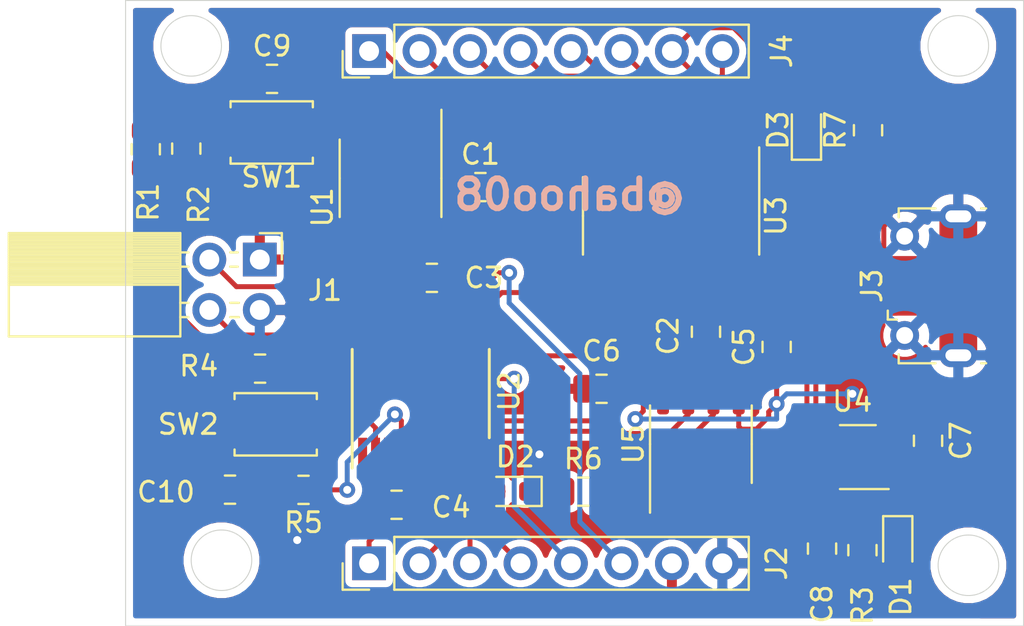
<source format=kicad_pcb>
(kicad_pcb (version 20171130) (host pcbnew "(5.1.5)-3")
  (layers (0 F.Cu signal) (31 B.Cu signal) (34 B.Paste user hide) (35 F.Paste user hide) (36 B.SilkS user) (37 F.SilkS user hide) (38 B.Mask user) (39 F.Mask user hide) (44 Edge.Cuts user))
  (net 0 "")
  (net 1 "Net-(U1-Pad7)")
  (net 2 "Net-(U1-Pad3)")
  (net 3 "Net-(U1-Pad2)")
  (net 4 "Net-(U1-Pad1)")
  (net 5 /SYS_SWCLK)
  (net 6 /SYS_SWDIO)
  (net 7 /I2C1_SDA)
  (net 8 /I2C_SCL)
  (net 9 /SPI1_MOSI)
  (net 10 /SPI1_SCLK)
  (net 11 /USART1_RX)
  (net 12 /USART1_TX)
  (net 13 "Net-(U2-Pad1)")
  (net 14 +3V3)
  (net 15 GND)
  (net 16 "Net-(U4-Pad4)")
  (net 17 +5V)
  (net 18 "Net-(J3-Pad4)")
  (net 19 "Net-(U5-Pad4)")
  (net 20 "Net-(C9-Pad1)")
  (net 21 "Net-(C10-Pad1)")
  (net 22 "Net-(D1-Pad1)")
  (net 23 /PA4)
  (net 24 "Net-(D2-Pad1)")
  (net 25 /Q0)
  (net 26 "Net-(D3-Pad1)")
  (net 27 /PB1)
  (net 28 /PF1)
  (net 29 /PA6)
  (net 30 /PA1)
  (net 31 /PA0)
  (net 32 /Q7)
  (net 33 /Q6)
  (net 34 /Q5)
  (net 35 /Q4)
  (net 36 /Q3)
  (net 37 /Q2)
  (net 38 /Q1)
  (net 39 "Net-(R2-Pad1)")
  (net 40 /RST)
  (net 41 /UD+)
  (net 42 /UD-)
  (module Connector_PinSocket_2.54mm:PinSocket_2x02_P2.54mm_Horizontal (layer F.Cu) (at 146.2 73.5)
    (fp_text reference J1 (at 3.279 1.557) (layer F.SilkS))
    (fp_text value Conn_02x02_Odd_Even)
    (pad 4 thru_hole oval (at -2.54 2.54) (size 1.7 1.7) (drill 1) (layers *.Cu *.Mask) (net 5 /SYS_SWCLK))
    (pad 3 thru_hole oval (at 0 2.54) (size 1.7 1.7) (drill 1) (layers *.Cu *.Mask) (net 15 GND))
    (pad 2 thru_hole oval (at -2.54 0) (size 1.7 1.7) (drill 1) (layers *.Cu *.Mask) (net 6 /SYS_SWDIO))
    (pad 1 thru_hole rect (at 0 0) (size 1.7 1.7) (drill 1) (layers *.Cu *.Mask) (net 14 +3V3))
  )
  (module Package_SO:SOIC-14_3.9x8.7mm_P1.27mm (layer F.Cu) (at 166.9 71.3 270)
    (fp_text reference U3 (at 0 -5.28 90) (layer F.SilkS))
    (fp_text value 74HC164D)
    (pad 14 smd roundrect (at 2.475 -3.81 270) (size 1.95 0.6) (layers F.Cu F.Paste F.Mask) (net 14 +3V3))
    (pad 13 smd roundrect (at 2.475 -2.54 270) (size 1.95 0.6) (layers F.Cu F.Paste F.Mask) (net 32 /Q7))
    (pad 12 smd roundrect (at 2.475 -1.27 270) (size 1.95 0.6) (layers F.Cu F.Paste F.Mask) (net 33 /Q6))
    (pad 11 smd roundrect (at 2.475 0 270) (size 1.95 0.6) (layers F.Cu F.Paste F.Mask) (net 34 /Q5))
    (pad 10 smd roundrect (at 2.475 1.27 270) (size 1.95 0.6) (layers F.Cu F.Paste F.Mask) (net 35 /Q4))
    (pad 9 smd roundrect (at 2.475 2.54 270) (size 1.95 0.6) (layers F.Cu F.Paste F.Mask) (net 14 +3V3))
    (pad 8 smd roundrect (at 2.475 3.81 270) (size 1.95 0.6) (layers F.Cu F.Paste F.Mask) (net 10 /SPI1_SCLK))
    (pad 7 smd roundrect (at -2.475 3.81 270) (size 1.95 0.6) (layers F.Cu F.Paste F.Mask) (net 15 GND))
    (pad 6 smd roundrect (at -2.475 2.54 270) (size 1.95 0.6) (layers F.Cu F.Paste F.Mask) (net 36 /Q3))
    (pad 5 smd roundrect (at -2.475 1.27 270) (size 1.95 0.6) (layers F.Cu F.Paste F.Mask) (net 37 /Q2))
    (pad 4 smd roundrect (at -2.475 0 270) (size 1.95 0.6) (layers F.Cu F.Paste F.Mask) (net 38 /Q1))
    (pad 3 smd roundrect (at -2.475 -1.27 270) (size 1.95 0.6) (layers F.Cu F.Paste F.Mask) (net 25 /Q0))
    (pad 2 smd roundrect (at -2.475 -2.54 270) (size 1.95 0.6) (layers F.Cu F.Paste F.Mask) (net 9 /SPI1_MOSI))
    (pad 1 smd roundrect (at -2.475 -3.81 270) (size 1.95 0.6) (layers F.Cu F.Paste F.Mask) (net 9 /SPI1_MOSI))
  )
  (module Resistor_SMD:R_0805_2012Metric (layer F.Cu) (at 176.812 66.9875 90)
    (fp_text reference R7 (at 0 -1.65 90) (layer F.SilkS))
    (fp_text value 680Ohm)
    (pad 2 smd roundrect (at 0.9375 0 90) (size 0.975 1.4) (layers F.Cu F.Paste F.Mask) (net 15 GND))
    (pad 1 smd roundrect (at -0.9375 0 90) (size 0.975 1.4) (layers F.Cu F.Paste F.Mask) (net 26 "Net-(D3-Pad1)"))
  )
  (module Resistor_SMD:R_0805_2012Metric (layer F.Cu) (at 162.4815 85.192)
    (fp_text reference R6 (at 0 -1.65) (layer F.SilkS))
    (fp_text value 680Ohm)
    (pad 2 smd roundrect (at 0.9375 0) (size 0.975 1.4) (layers F.Cu F.Paste F.Mask) (net 15 GND))
    (pad 1 smd roundrect (at -0.9375 0) (size 0.975 1.4) (layers F.Cu F.Paste F.Mask) (net 24 "Net-(D2-Pad1)"))
  )
  (module Resistor_SMD:R_0805_2012Metric (layer F.Cu) (at 148.4 85.1 180)
    (fp_text reference R5 (at 0 -1.65) (layer F.SilkS))
    (fp_text value 220)
    (pad 2 smd roundrect (at 0.9375 0 180) (size 0.975 1.4) (layers F.Cu F.Paste F.Mask) (net 21 "Net-(C10-Pad1)"))
    (pad 1 smd roundrect (at -0.9375 0 180) (size 0.975 1.4) (layers F.Cu F.Paste F.Mask) (net 40 /RST))
  )
  (module Resistor_SMD:R_0805_2012Metric (layer F.Cu) (at 146.215 78.994)
    (fp_text reference R4 (at -3.086 -0.127) (layer F.SilkS))
    (fp_text value 10kOhm)
    (pad 2 smd roundrect (at 0.9375 0) (size 0.975 1.4) (layers F.Cu F.Paste F.Mask) (net 21 "Net-(C10-Pad1)"))
    (pad 1 smd roundrect (at -0.9375 0) (size 0.975 1.4) (layers F.Cu F.Paste F.Mask) (net 14 +3V3))
  )
  (module Resistor_SMD:R_0805_2012Metric (layer F.Cu) (at 176.53 88.138 270)
    (fp_text reference R3 (at 2.794 0 90) (layer F.SilkS))
    (fp_text value 680Ohm)
    (pad 2 smd roundrect (at 0.9375 0 270) (size 0.975 1.4) (layers F.Cu F.Paste F.Mask) (net 15 GND))
    (pad 1 smd roundrect (at -0.9375 0 270) (size 0.975 1.4) (layers F.Cu F.Paste F.Mask) (net 22 "Net-(D1-Pad1)"))
  )
  (module Resistor_SMD:R_0805_2012Metric (layer F.Cu) (at 142.5 67.9125 90)
    (fp_text reference R2 (at -2.8265 0.629 90) (layer F.SilkS))
    (fp_text value 220)
    (pad 2 smd roundrect (at 0.9375 0 90) (size 0.975 1.4) (layers F.Cu F.Paste F.Mask) (net 20 "Net-(C9-Pad1)"))
    (pad 1 smd roundrect (at -0.9375 0 90) (size 0.975 1.4) (layers F.Cu F.Paste F.Mask) (net 39 "Net-(R2-Pad1)"))
  )
  (module Resistor_SMD:R_0805_2012Metric (layer F.Cu) (at 140.462 67.945 90)
    (fp_text reference R1 (at -2.667 0.127 90) (layer F.SilkS))
    (fp_text value 10kOhm)
    (pad 2 smd roundrect (at 0.9375 0 90) (size 0.975 1.4) (layers F.Cu F.Paste F.Mask) (net 20 "Net-(C9-Pad1)"))
    (pad 1 smd roundrect (at -0.9375 0 90) (size 0.975 1.4) (layers F.Cu F.Paste F.Mask) (net 14 +3V3))
  )
  (module Capacitor_SMD:C_0805_2012Metric (layer F.Cu) (at 144.7015 85.09 180)
    (fp_text reference C10 (at 3.2235 -0.117) (layer F.SilkS))
    (fp_text value 1uF)
    (pad 2 smd roundrect (at 0.9375 0 180) (size 0.975 1.4) (layers F.Cu F.Paste F.Mask) (net 15 GND))
    (pad 1 smd roundrect (at -0.9375 0 180) (size 0.975 1.4) (layers F.Cu F.Paste F.Mask) (net 21 "Net-(C10-Pad1)"))
  )
  (module Capacitor_SMD:C_0805_2012Metric (layer F.Cu) (at 146.815 64.4)
    (fp_text reference C9 (at 0 -1.65) (layer F.SilkS))
    (fp_text value 1uF)
    (pad 2 smd roundrect (at 0.9375 0) (size 0.975 1.4) (layers F.Cu F.Paste F.Mask) (net 15 GND))
    (pad 1 smd roundrect (at -0.9375 0) (size 0.975 1.4) (layers F.Cu F.Paste F.Mask) (net 20 "Net-(C9-Pad1)"))
  )
  (module Capacitor_SMD:C_0805_2012Metric (layer F.Cu) (at 174.498 88.0595 270)
    (fp_text reference C8 (at 2.794 0 90) (layer F.SilkS))
    (fp_text value 10uF)
    (pad 2 smd roundrect (at 0.9375 0 270) (size 0.975 1.4) (layers F.Cu F.Paste F.Mask) (net 15 GND))
    (pad 1 smd roundrect (at -0.9375 0 270) (size 0.975 1.4) (layers F.Cu F.Paste F.Mask) (net 14 +3V3))
  )
  (module Capacitor_SMD:C_0805_2012Metric (layer F.Cu) (at 179.832 82.6285 270)
    (fp_text reference C7 (at 0 -1.65 90) (layer F.SilkS))
    (fp_text value 10uF)
    (pad 2 smd roundrect (at 0.9375 0 270) (size 0.975 1.4) (layers F.Cu F.Paste F.Mask) (net 15 GND))
    (pad 1 smd roundrect (at -0.9375 0 270) (size 0.975 1.4) (layers F.Cu F.Paste F.Mask) (net 17 +5V))
  )
  (module Capacitor_SMD:C_0805_2012Metric (layer F.Cu) (at 163.4005 80.01 180)
    (fp_text reference C6 (at 0 1.905) (layer F.SilkS))
    (fp_text value 0.1uF)
    (pad 2 smd roundrect (at 0.9375 0 180) (size 0.975 1.4) (layers F.Cu F.Paste F.Mask) (net 15 GND))
    (pad 1 smd roundrect (at -0.9375 0 180) (size 0.975 1.4) (layers F.Cu F.Paste F.Mask) (net 17 +5V))
  )
  (module Capacitor_SMD:C_0805_2012Metric (layer F.Cu) (at 172.212 77.8995 90)
    (fp_text reference C5 (at 0 -1.65 90) (layer F.SilkS))
    (fp_text value 0.1uF)
    (pad 2 smd roundrect (at 0.9375 0 90) (size 0.975 1.4) (layers F.Cu F.Paste F.Mask) (net 15 GND))
    (pad 1 smd roundrect (at -0.9375 0 90) (size 0.975 1.4) (layers F.Cu F.Paste F.Mask) (net 17 +5V))
  )
  (module Capacitor_SMD:C_0805_2012Metric (layer F.Cu) (at 153.0835 85.852 180)
    (fp_text reference C4 (at -2.7455 -0.127) (layer F.SilkS))
    (fp_text value 0.1uF)
    (pad 2 smd roundrect (at 0.9375 0 180) (size 0.975 1.4) (layers F.Cu F.Paste F.Mask) (net 15 GND))
    (pad 1 smd roundrect (at -0.9375 0 180) (size 0.975 1.4) (layers F.Cu F.Paste F.Mask) (net 14 +3V3))
  )
  (module Capacitor_SMD:C_0805_2012Metric (layer F.Cu) (at 154.8615 74.422)
    (fp_text reference C3 (at 2.6185 0) (layer F.SilkS))
    (fp_text value 0.1uF)
    (pad 2 smd roundrect (at 0.9375 0) (size 0.975 1.4) (layers F.Cu F.Paste F.Mask) (net 15 GND))
    (pad 1 smd roundrect (at -0.9375 0) (size 0.975 1.4) (layers F.Cu F.Paste F.Mask) (net 14 +3V3))
  )
  (module Capacitor_SMD:C_0805_2012Metric (layer F.Cu) (at 168.656 77.1375 270)
    (fp_text reference C2 (at 0.2055 1.905 90) (layer F.SilkS))
    (fp_text value 0.1uF)
    (pad 2 smd roundrect (at 0.9375 0 270) (size 0.975 1.4) (layers F.Cu F.Paste F.Mask) (net 15 GND))
    (pad 1 smd roundrect (at -0.9375 0 270) (size 0.975 1.4) (layers F.Cu F.Paste F.Mask) (net 14 +3V3))
  )
  (module Capacitor_SMD:C_0805_2012Metric (layer F.Cu) (at 157.3045 69.85)
    (fp_text reference C1 (at 0 -1.65) (layer F.SilkS))
    (fp_text value 0.1uF)
    (pad 2 smd roundrect (at 0.9375 0) (size 0.975 1.4) (layers F.Cu F.Paste F.Mask) (net 15 GND))
    (pad 1 smd roundrect (at -0.9375 0) (size 0.975 1.4) (layers F.Cu F.Paste F.Mask) (net 14 +3V3))
  )
  (module Button_Switch_SMD:SW_Push_SPST_NO_Alps_SKRK (layer F.Cu) (at 147 81.8)
    (fp_text reference SW2 (at -4.4 0) (layer F.SilkS))
    (fp_text value KLS7-TS3608-5.0-180)
    (pad 1 smd roundrect (at -2.1 0) (size 0.8 2) (layers F.Cu F.Paste F.Mask) (net 15 GND))
    (pad 2 smd roundrect (at 2.1 0) (size 0.8 2) (layers F.Cu F.Paste F.Mask) (net 21 "Net-(C10-Pad1)"))
  )
  (module Button_Switch_SMD:SW_Push_SPST_NO_Alps_SKRK (layer F.Cu) (at 146.8 67.1 180)
    (fp_text reference SW1 (at 0 -2.25) (layer F.SilkS))
    (fp_text value KLS7-TS3608-5.0-180)
    (pad 1 smd roundrect (at -2.1 0 180) (size 0.8 2) (layers F.Cu F.Paste F.Mask) (net 15 GND))
    (pad 2 smd roundrect (at 2.1 0 180) (size 0.8 2) (layers F.Cu F.Paste F.Mask) (net 20 "Net-(C9-Pad1)"))
  )
  (module Connector_PinHeader_2.54mm:PinHeader_1x08_P2.54mm_Vertical (layer F.Cu) (at 151.7 63 90)
    (fp_text reference J4 (at 0 20.766 90) (layer F.SilkS))
    (fp_text value Conn_01x08)
    (pad 8 thru_hole oval (at 0 17.78 90) (size 1.7 1.7) (drill 1) (layers *.Cu *.Mask) (net 32 /Q7))
    (pad 7 thru_hole oval (at 0 15.24 90) (size 1.7 1.7) (drill 1) (layers *.Cu *.Mask) (net 25 /Q0))
    (pad 6 thru_hole oval (at 0 12.7 90) (size 1.7 1.7) (drill 1) (layers *.Cu *.Mask) (net 33 /Q6))
    (pad 5 thru_hole oval (at 0 10.16 90) (size 1.7 1.7) (drill 1) (layers *.Cu *.Mask) (net 38 /Q1))
    (pad 4 thru_hole oval (at 0 7.62 90) (size 1.7 1.7) (drill 1) (layers *.Cu *.Mask) (net 34 /Q5))
    (pad 3 thru_hole oval (at 0 5.08 90) (size 1.7 1.7) (drill 1) (layers *.Cu *.Mask) (net 37 /Q2))
    (pad 2 thru_hole oval (at 0 2.54 90) (size 1.7 1.7) (drill 1) (layers *.Cu *.Mask) (net 35 /Q4))
    (pad 1 thru_hole rect (at 0 0 90) (size 1.7 1.7) (drill 1) (layers *.Cu *.Mask) (net 36 /Q3))
  )
  (module Connector_PinHeader_2.54mm:PinHeader_1x08_P2.54mm_Vertical (layer F.Cu) (at 151.7 88.8 90)
    (fp_text reference J2 (at 0 20.512 90) (layer F.SilkS))
    (fp_text value Conn_01x08)
    (pad 8 thru_hole oval (at 0 17.78 90) (size 1.7 1.7) (drill 1) (layers *.Cu *.Mask) (net 15 GND))
    (pad 7 thru_hole oval (at 0 15.24 90) (size 1.7 1.7) (drill 1) (layers *.Cu *.Mask) (net 14 +3V3))
    (pad 6 thru_hole oval (at 0 12.7 90) (size 1.7 1.7) (drill 1) (layers *.Cu *.Mask) (net 29 /PA6))
    (pad 5 thru_hole oval (at 0 10.16 90) (size 1.7 1.7) (drill 1) (layers *.Cu *.Mask) (net 27 /PB1))
    (pad 4 thru_hole oval (at 0 7.62 90) (size 1.7 1.7) (drill 1) (layers *.Cu *.Mask) (net 23 /PA4))
    (pad 3 thru_hole oval (at 0 5.08 90) (size 1.7 1.7) (drill 1) (layers *.Cu *.Mask) (net 30 /PA1))
    (pad 2 thru_hole oval (at 0 2.54 90) (size 1.7 1.7) (drill 1) (layers *.Cu *.Mask) (net 31 /PA0))
    (pad 1 thru_hole rect (at 0 0 90) (size 1.7 1.7) (drill 1) (layers *.Cu *.Mask) (net 28 /PF1))
  )
  (module LED_SMD:LED_0603_1608Metric (layer F.Cu) (at 173.712 66.9875 90)
    (fp_text reference D3 (at 0 -1.43 90) (layer F.SilkS))
    (fp_text value LED)
    (pad 2 smd roundrect (at 0.7875 0 90) (size 0.875 0.95) (layers F.Cu F.Paste F.Mask) (net 25 /Q0))
    (pad 1 smd roundrect (at -0.7875 0 90) (size 0.875 0.95) (layers F.Cu F.Paste F.Mask) (net 26 "Net-(D3-Pad1)"))
  )
  (module LED_SMD:LED_0603_1608Metric (layer F.Cu) (at 158.9025 85.1795 180)
    (fp_text reference D2 (at -0.153 1.7405) (layer F.SilkS))
    (fp_text value LED)
    (pad 2 smd roundrect (at 0.7875 0 180) (size 0.875 0.95) (layers F.Cu F.Paste F.Mask) (net 23 /PA4))
    (pad 1 smd roundrect (at -0.7875 0 180) (size 0.875 0.95) (layers F.Cu F.Paste F.Mask) (net 24 "Net-(D2-Pad1)"))
  )
  (module LED_SMD:LED_0603_1608Metric (layer F.Cu) (at 178.308 87.9095 270)
    (fp_text reference D1 (at 2.578 -0.1565 90) (layer F.SilkS))
    (fp_text value LED)
    (pad 2 smd roundrect (at 0.7875 0 270) (size 0.875 0.95) (layers F.Cu F.Paste F.Mask) (net 14 +3V3))
    (pad 1 smd roundrect (at -0.7875 0 270) (size 0.875 0.95) (layers F.Cu F.Paste F.Mask) (net 22 "Net-(D1-Pad1)"))
  )
  (module Package_SO:SOIC-8_3.9x4.9mm_P1.27mm (layer F.Cu) (at 168.4 82.8 90)
    (fp_text reference U5 (at 0 -3.4 90) (layer F.SilkS))
    (fp_text value CH330N)
    (pad 8 smd roundrect (at 2.475 -1.905 90) (size 1.95 0.6) (layers F.Cu F.Paste F.Mask) (net 17 +5V))
    (pad 7 smd roundrect (at 2.475 -0.635 90) (size 1.95 0.6) (layers F.Cu F.Paste F.Mask) (net 12 /USART1_TX))
    (pad 6 smd roundrect (at 2.475 0.635 90) (size 1.95 0.6) (layers F.Cu F.Paste F.Mask) (net 11 /USART1_RX))
    (pad 5 smd roundrect (at 2.475 1.905 90) (size 1.95 0.6) (layers F.Cu F.Paste F.Mask) (net 17 +5V))
    (pad 4 smd roundrect (at -2.475 1.905 90) (size 1.95 0.6) (layers F.Cu F.Paste F.Mask) (net 19 "Net-(U5-Pad4)"))
    (pad 3 smd roundrect (at -2.475 0.635 90) (size 1.95 0.6) (layers F.Cu F.Paste F.Mask) (net 15 GND))
    (pad 2 smd roundrect (at -2.475 -0.635 90) (size 1.95 0.6) (layers F.Cu F.Paste F.Mask) (net 42 /UD-))
    (pad 1 smd roundrect (at -2.475 -1.905 90) (size 1.95 0.6) (layers F.Cu F.Paste F.Mask) (net 41 /UD+))
  )
  (module Connector_USB:USB_Micro-B_Molex-105017-0001 (layer F.Cu) (at 180.1185 74.824 90)
    (fp_text reference J3 (at 0 -3.1125 90) (layer F.SilkS))
    (fp_text value 105017-0001)
    (pad 6 smd rect (at -2.9 1.2375 90) (size 1.2 1.9) (layers F.Cu F.Mask) (net 15 GND))
    (pad 6 smd rect (at 2.9 1.2375 90) (size 1.2 1.9) (layers F.Cu F.Mask) (net 15 GND))
    (pad 6 thru_hole oval (at 3.5 1.2375 90) (size 1.2 1.9) (drill oval 0.6 1.3) (layers *.Cu *.Mask) (net 15 GND))
    (pad 6 thru_hole oval (at -3.5 1.2375 270) (size 1.2 1.9) (drill oval 0.6 1.3) (layers *.Cu *.Mask) (net 15 GND))
    (pad 6 smd rect (at -1 1.2375 90) (size 1.5 1.9) (layers F.Cu F.Paste F.Mask) (net 15 GND))
    (pad 6 thru_hole circle (at 2.5 -1.4625 90) (size 1.45 1.45) (drill 0.85) (layers *.Cu *.Mask) (net 15 GND))
    (pad 3 smd rect (at 0 -1.4625 90) (size 0.4 1.35) (layers F.Cu F.Paste F.Mask) (net 41 /UD+))
    (pad 4 smd rect (at 0.65 -1.4625 90) (size 0.4 1.35) (layers F.Cu F.Paste F.Mask) (net 18 "Net-(J3-Pad4)"))
    (pad 5 smd rect (at 1.3 -1.4625 90) (size 0.4 1.35) (layers F.Cu F.Paste F.Mask) (net 15 GND))
    (pad 1 smd rect (at -1.3 -1.4625 90) (size 0.4 1.35) (layers F.Cu F.Paste F.Mask) (net 17 +5V))
    (pad 2 smd rect (at -0.65 -1.4625 90) (size 0.4 1.35) (layers F.Cu F.Paste F.Mask) (net 42 /UD-))
    (pad 6 thru_hole circle (at -2.5 -1.4625 90) (size 1.45 1.45) (drill 0.85) (layers *.Cu *.Mask) (net 15 GND))
    (pad 6 smd rect (at 1 1.2375 90) (size 1.5 1.9) (layers F.Cu F.Paste F.Mask) (net 15 GND))
  )
  (module Package_TO_SOT_SMD:SOT-23-5 (layer F.Cu) (at 176.3 83.45 180)
    (fp_text reference U4 (at 0.278 2.805) (layer F.SilkS))
    (fp_text value LP5907MFX-3.3)
    (pad 5 smd rect (at 1.1 -0.95 180) (size 1.06 0.65) (layers F.Cu F.Paste F.Mask) (net 14 +3V3))
    (pad 4 smd rect (at 1.1 0.95 180) (size 1.06 0.65) (layers F.Cu F.Paste F.Mask) (net 16 "Net-(U4-Pad4)"))
    (pad 3 smd rect (at -1.1 0.95 180) (size 1.06 0.65) (layers F.Cu F.Paste F.Mask) (net 17 +5V))
    (pad 2 smd rect (at -1.1 0 180) (size 1.06 0.65) (layers F.Cu F.Paste F.Mask) (net 15 GND))
    (pad 1 smd rect (at -1.1 -0.95 180) (size 1.06 0.65) (layers F.Cu F.Paste F.Mask) (net 17 +5V))
  )
  (module Package_SO:TSSOP-20_4.4x6.5mm_P0.65mm (layer F.Cu) (at 154.3 80.25 90)
    (fp_text reference U2 (at 0.113 4.45 90) (layer F.SilkS))
    (fp_text value STM32F030F4Px)
    (pad 20 smd rect (at 2.95 -2.925 90) (size 1.45 0.45) (layers F.Cu F.Paste F.Mask) (net 5 /SYS_SWCLK))
    (pad 19 smd rect (at 2.95 -2.275 90) (size 1.45 0.45) (layers F.Cu F.Paste F.Mask) (net 6 /SYS_SWDIO))
    (pad 18 smd rect (at 2.95 -1.625 90) (size 1.45 0.45) (layers F.Cu F.Paste F.Mask) (net 7 /I2C1_SDA))
    (pad 17 smd rect (at 2.95 -0.975 90) (size 1.45 0.45) (layers F.Cu F.Paste F.Mask) (net 8 /I2C_SCL))
    (pad 16 smd rect (at 2.95 -0.325 90) (size 1.45 0.45) (layers F.Cu F.Paste F.Mask) (net 14 +3V3))
    (pad 15 smd rect (at 2.95 0.325 90) (size 1.45 0.45) (layers F.Cu F.Paste F.Mask) (net 15 GND))
    (pad 14 smd rect (at 2.95 0.975 90) (size 1.45 0.45) (layers F.Cu F.Paste F.Mask) (net 27 /PB1))
    (pad 13 smd rect (at 2.95 1.625 90) (size 1.45 0.45) (layers F.Cu F.Paste F.Mask) (net 9 /SPI1_MOSI))
    (pad 12 smd rect (at 2.95 2.275 90) (size 1.45 0.45) (layers F.Cu F.Paste F.Mask) (net 29 /PA6))
    (pad 11 smd rect (at 2.95 2.925 90) (size 1.45 0.45) (layers F.Cu F.Paste F.Mask) (net 10 /SPI1_SCLK))
    (pad 10 smd rect (at -2.95 2.925 90) (size 1.45 0.45) (layers F.Cu F.Paste F.Mask) (net 23 /PA4))
    (pad 9 smd rect (at -2.95 2.275 90) (size 1.45 0.45) (layers F.Cu F.Paste F.Mask) (net 11 /USART1_RX))
    (pad 8 smd rect (at -2.95 1.625 90) (size 1.45 0.45) (layers F.Cu F.Paste F.Mask) (net 12 /USART1_TX))
    (pad 7 smd rect (at -2.95 0.975 90) (size 1.45 0.45) (layers F.Cu F.Paste F.Mask) (net 30 /PA1))
    (pad 6 smd rect (at -2.95 0.325 90) (size 1.45 0.45) (layers F.Cu F.Paste F.Mask) (net 31 /PA0))
    (pad 5 smd rect (at -2.95 -0.325 90) (size 1.45 0.45) (layers F.Cu F.Paste F.Mask) (net 14 +3V3))
    (pad 4 smd rect (at -2.95 -0.975 90) (size 1.45 0.45) (layers F.Cu F.Paste F.Mask) (net 40 /RST))
    (pad 3 smd rect (at -2.95 -1.625 90) (size 1.45 0.45) (layers F.Cu F.Paste F.Mask) (net 28 /PF1))
    (pad 2 smd rect (at -2.95 -2.275 90) (size 1.45 0.45) (layers F.Cu F.Paste F.Mask) (net 39 "Net-(R2-Pad1)"))
    (pad 1 smd rect (at -2.95 -2.925 90) (size 1.45 0.45) (layers F.Cu F.Paste F.Mask) (net 13 "Net-(U2-Pad1)"))
  )
  (module Package_SO:SOIC-8_3.9x4.9mm_P1.27mm (layer F.Cu) (at 152.781 69.407 270)
    (fp_text reference U1 (at 1.459 3.429 90) (layer F.SilkS))
    (fp_text value 24LC00)
    (pad 8 smd roundrect (at 2.475 -1.905 270) (size 1.95 0.6) (layers F.Cu F.Paste F.Mask) (net 14 +3V3))
    (pad 7 smd roundrect (at 2.475 -0.635 270) (size 1.95 0.6) (layers F.Cu F.Paste F.Mask) (net 1 "Net-(U1-Pad7)"))
    (pad 6 smd roundrect (at 2.475 0.635 270) (size 1.95 0.6) (layers F.Cu F.Paste F.Mask) (net 8 /I2C_SCL))
    (pad 5 smd roundrect (at 2.475 1.905 270) (size 1.95 0.6) (layers F.Cu F.Paste F.Mask) (net 7 /I2C1_SDA))
    (pad 4 smd roundrect (at -2.475 1.905 270) (size 1.95 0.6) (layers F.Cu F.Paste F.Mask) (net 15 GND))
    (pad 3 smd roundrect (at -2.475 0.635 270) (size 1.95 0.6) (layers F.Cu F.Paste F.Mask) (net 2 "Net-(U1-Pad3)"))
    (pad 2 smd roundrect (at -2.475 -0.635 270) (size 1.95 0.6) (layers F.Cu F.Paste F.Mask) (net 3 "Net-(U1-Pad2)"))
    (pad 1 smd roundrect (at -2.475 -1.905 270) (size 1.95 0.6) (layers F.Cu F.Paste F.Mask) (net 4 "Net-(U1-Pad1)"))
  )
  (gr_text @bahoo08 (at 161.798 70.231) (layer B.SilkS) (effects (font (size 1.5 1.5) (thickness 0.3)) (justify mirror)))
  (gr_circle (center 181.864 88.9) (end 183.388 88.9) (layer Edge.Cuts) (width 0.05))
  (gr_circle (center 181.356 62.738) (end 182.88 62.738) (layer Edge.Cuts) (width 0.05))
  (gr_circle (center 142.748 62.738) (end 144.272 62.738) (layer Edge.Cuts) (width 0.05))
  (gr_line (start 184.642 91.948) (end 139.446 91.948) (layer Edge.Cuts) (width 0.05))
  (gr_line (start 184.642 60.452) (end 184.642 91.948) (layer Edge.Cuts) (width 0.05))
  (gr_line (start 183.134 60.452) (end 184.642 60.452) (layer Edge.Cuts) (width 0.05))
  (gr_line (start 139.446 60.452) (end 183.134 60.452) (layer Edge.Cuts) (width 0.05))
  (gr_line (start 139.446 91.948) (end 139.446 60.452) (layer Edge.Cuts) (width 0.05))
  (gr_circle (center 144.272 88.646) (end 145.796 88.646) (layer Edge.Cuts) (width 0.05))
  (segment (start 152.195 66.805) (end 152.2 66.8) (width 0.25) (layer F.Cu) (net 2))
  (segment (start 152.195 67.025) (end 152.195 66.805) (width 0.25) (layer F.Cu) (net 2))
  (segment (start 151.375 78.275) (end 151.375 77.3) (width 0.25) (layer F.Cu) (net 5))
  (segment (start 143.66 76.04) (end 144.92 77.3) (width 0.25) (layer F.Cu) (net 5))
  (segment (start 144.92 77.3) (end 149.69 77.3) (width 0.25) (layer F.Cu) (net 5))
  (segment (start 149.69 77.3) (end 150.876 78.486) (width 0.25) (layer F.Cu) (net 5))
  (segment (start 150.876 78.486) (end 151.164 78.486) (width 0.25) (layer F.Cu) (net 5))
  (segment (start 151.164 78.486) (end 151.375 78.275) (width 0.25) (layer F.Cu) (net 5))
  (segment (start 151.925001 77.200001) (end 152.025 77.3) (width 0.25) (layer F.Cu) (net 6))
  (segment (start 150.475001 74.864999) (end 151.925001 76.314999) (width 0.25) (layer F.Cu) (net 6))
  (segment (start 143.66 73.5) (end 145.024999 74.864999) (width 0.25) (layer F.Cu) (net 6))
  (segment (start 151.925001 76.314999) (end 151.925001 77.200001) (width 0.25) (layer F.Cu) (net 6))
  (segment (start 145.024999 74.864999) (end 150.475001 74.864999) (width 0.25) (layer F.Cu) (net 6))
  (segment (start 152.675 76.325) (end 152.675 77.3) (width 0.25) (layer F.Cu) (net 7))
  (segment (start 152.2 75.85) (end 152.675 76.325) (width 0.25) (layer F.Cu) (net 7))
  (segment (start 152.2 74.526998) (end 152.2 75.85) (width 0.25) (layer F.Cu) (net 7))
  (segment (start 151.176 72.182) (end 151.176 73.502998) (width 0.25) (layer F.Cu) (net 7))
  (segment (start 151.176 73.502998) (end 152.2 74.526998) (width 0.25) (layer F.Cu) (net 7))
  (segment (start 150.876 71.882) (end 151.176 72.182) (width 0.25) (layer F.Cu) (net 7))
  (segment (start 152.195 72.395) (end 152.2 72.4) (width 0.25) (layer F.Cu) (net 8))
  (segment (start 152.195 71.975) (end 152.195 72.395) (width 0.25) (layer F.Cu) (net 8))
  (segment (start 153.325 76.325) (end 153.325 77.3) (width 0.25) (layer F.Cu) (net 8))
  (segment (start 152.65001 75.65001) (end 153.325 76.325) (width 0.25) (layer F.Cu) (net 8))
  (segment (start 152.65001 72.38601) (end 152.65001 75.65001) (width 0.25) (layer F.Cu) (net 8))
  (segment (start 152.146 71.882) (end 152.65001 72.38601) (width 0.25) (layer F.Cu) (net 8))
  (segment (start 169.44 68.825) (end 169.44 70.126) (width 0.25) (layer F.Cu) (net 9))
  (segment (start 169.44 70.126) (end 169.672 70.358) (width 0.25) (layer F.Cu) (net 9))
  (segment (start 170.71 70.082) (end 170.71 68.825) (width 0.25) (layer F.Cu) (net 9))
  (segment (start 170.434 70.358) (end 170.71 70.082) (width 0.25) (layer F.Cu) (net 9))
  (segment (start 169.34784 77.01251) (end 171.958 74.40235) (width 0.25) (layer F.Cu) (net 9))
  (segment (start 155.925 78.275) (end 156.000001 78.350001) (width 0.25) (layer F.Cu) (net 9))
  (segment (start 155.925 77.3) (end 155.925 78.275) (width 0.25) (layer F.Cu) (net 9))
  (segment (start 162.940649 78.350001) (end 164.27814 77.01251) (width 0.25) (layer F.Cu) (net 9))
  (segment (start 156.000001 78.350001) (end 162.940649 78.350001) (width 0.25) (layer F.Cu) (net 9))
  (segment (start 164.27814 77.01251) (end 169.34784 77.01251) (width 0.25) (layer F.Cu) (net 9))
  (segment (start 171.958 72.136) (end 170.18 70.358) (width 0.25) (layer F.Cu) (net 9))
  (segment (start 171.958 74.40235) (end 171.958 72.136) (width 0.25) (layer F.Cu) (net 9))
  (segment (start 169.672 70.358) (end 170.18 70.358) (width 0.25) (layer F.Cu) (net 9))
  (segment (start 170.18 70.358) (end 170.434 70.358) (width 0.25) (layer F.Cu) (net 9))
  (segment (start 163.09 73.775) (end 163.09 75.162) (width 0.25) (layer F.Cu) (net 10))
  (segment (start 157.225 76.325) (end 157.225 77.3) (width 0.25) (layer F.Cu) (net 10))
  (segment (start 158.388 75.162) (end 157.225 76.325) (width 0.25) (layer F.Cu) (net 10))
  (segment (start 163.09 75.162) (end 158.388 75.162) (width 0.25) (layer F.Cu) (net 10))
  (segment (start 169.035 81.3) (end 169.035 80.325) (width 0.25) (layer F.Cu) (net 11))
  (segment (start 167.625989 82.709011) (end 169.035 81.3) (width 0.25) (layer F.Cu) (net 11))
  (segment (start 163.932581 82.709011) (end 167.625989 82.709011) (width 0.25) (layer F.Cu) (net 11))
  (segment (start 163.373569 82.149999) (end 163.932581 82.709011) (width 0.25) (layer F.Cu) (net 11))
  (segment (start 156.610001 82.149999) (end 163.373569 82.149999) (width 0.25) (layer F.Cu) (net 11))
  (segment (start 156.575 82.185) (end 156.610001 82.149999) (width 0.25) (layer F.Cu) (net 11))
  (segment (start 156.575 83.2) (end 156.575 82.185) (width 0.25) (layer F.Cu) (net 11))
  (segment (start 155.925 83.2) (end 155.925 81.65601) (width 0.25) (layer F.Cu) (net 12))
  (segment (start 167.765 81.3) (end 167.765 80.325) (width 0.25) (layer F.Cu) (net 12))
  (segment (start 164.118981 82.259001) (end 166.805999 82.259001) (width 0.25) (layer F.Cu) (net 12))
  (segment (start 166.805999 82.259001) (end 167.765 81.3) (width 0.25) (layer F.Cu) (net 12))
  (segment (start 163.48499 81.62501) (end 164.118981 82.259001) (width 0.25) (layer F.Cu) (net 12))
  (segment (start 155.956 81.62501) (end 163.48499 81.62501) (width 0.25) (layer F.Cu) (net 12))
  (segment (start 155.925 81.65601) (end 155.956 81.62501) (width 0.25) (layer F.Cu) (net 12))
  (segment (start 153.975 77.775) (end 153.975 83.2) (width 0.25) (layer F.Cu) (net 14))
  (segment (start 153.975 77.3) (end 153.975 77.775) (width 0.25) (layer F.Cu) (net 14))
  (segment (start 153.924 77.249) (end 153.975 77.3) (width 0.25) (layer F.Cu) (net 14))
  (segment (start 153.924 74.422) (end 153.924 77.249) (width 0.25) (layer F.Cu) (net 14))
  (segment (start 154.686 71.882) (end 154.686 70.358) (width 0.25) (layer F.Cu) (net 14))
  (segment (start 155.194 69.85) (end 156.367 69.85) (width 0.25) (layer F.Cu) (net 14))
  (segment (start 154.686 70.358) (end 155.194 69.85) (width 0.25) (layer F.Cu) (net 14))
  (segment (start 170.71 74.75) (end 170.71 73.775) (width 0.25) (layer F.Cu) (net 14))
  (segment (start 170.71 74.846) (end 170.71 74.75) (width 0.25) (layer F.Cu) (net 14))
  (segment (start 169.356 76.2) (end 170.71 74.846) (width 0.25) (layer F.Cu) (net 14))
  (segment (start 168.656 76.2) (end 169.356 76.2) (width 0.25) (layer F.Cu) (net 14))
  (segment (start 164.36 74.75) (end 164.36 73.775) (width 0.25) (layer F.Cu) (net 14))
  (segment (start 165.81 76.2) (end 164.36 74.75) (width 0.25) (layer F.Cu) (net 14))
  (segment (start 168.656 76.2) (end 165.81 76.2) (width 0.25) (layer F.Cu) (net 14))
  (segment (start 175.018 84.582) (end 175.2 84.4) (width 0.25) (layer F.Cu) (net 14))
  (segment (start 174.498 84.582) (end 175.018 84.582) (width 0.25) (layer F.Cu) (net 14))
  (segment (start 154.021 83.246) (end 153.975 83.2) (width 0.25) (layer F.Cu) (net 14))
  (segment (start 154.021 85.852) (end 154.021 83.246) (width 0.25) (layer F.Cu) (net 14))
  (segment (start 164.36 73.775) (end 164.36 73.428) (width 0.25) (layer F.Cu) (net 14))
  (segment (start 164.36 73.428) (end 164.338 73.406) (width 0.25) (layer F.Cu) (net 14))
  (segment (start 159.786758 68.82499) (end 156.47301 68.82499) (width 0.25) (layer F.Cu) (net 14))
  (segment (start 164.06 73.098232) (end 159.786758 68.82499) (width 0.25) (layer F.Cu) (net 14))
  (segment (start 164.36 73.775) (end 164.06 73.475) (width 0.25) (layer F.Cu) (net 14))
  (segment (start 164.06 73.475) (end 164.06 73.098232) (width 0.25) (layer F.Cu) (net 14))
  (segment (start 156.367 68.931) (end 156.367 69.85) (width 0.25) (layer F.Cu) (net 14))
  (segment (start 156.47301 68.82499) (end 156.367 68.931) (width 0.25) (layer F.Cu) (net 14))
  (segment (start 154.686 73.66) (end 154.686 71.882) (width 0.25) (layer F.Cu) (net 14))
  (segment (start 153.924 74.422) (end 154.686 73.66) (width 0.25) (layer F.Cu) (net 14))
  (segment (start 154.686 70.358) (end 148.844 70.358) (width 0.25) (layer F.Cu) (net 14))
  (segment (start 141.30701 68.03749) (end 143.47549 68.03749) (width 0.25) (layer F.Cu) (net 14))
  (segment (start 140.462 68.8825) (end 141.30701 68.03749) (width 0.25) (layer F.Cu) (net 14))
  (segment (start 143.47549 68.03749) (end 144.018 68.58) (width 0.25) (layer F.Cu) (net 14))
  (segment (start 166.94 88.8) (end 166.94 90.486) (width 0.5) (layer F.Cu) (net 14))
  (segment (start 166.94 90.486) (end 167.386 90.932) (width 0.25) (layer F.Cu) (net 14))
  (segment (start 148.9 67.1) (end 149.562 67.1) (width 0.5) (layer F.Cu) (net 15))
  (segment (start 149.562 67.1) (end 149.86 66.802) (width 0.5) (layer F.Cu) (net 15))
  (segment (start 149.86 66.802) (end 149.86 65.532) (width 0.25) (layer F.Cu) (net 15))
  (segment (start 150.114 65.278) (end 150.622 65.278) (width 0.25) (layer F.Cu) (net 15))
  (segment (start 150.876 65.532) (end 150.876 66.932) (width 0.25) (layer F.Cu) (net 15))
  (segment (start 150.622 65.278) (end 150.876 65.532) (width 0.25) (layer F.Cu) (net 15))
  (segment (start 154.625 75.596) (end 154.625 77.3) (width 0.25) (layer F.Cu) (net 15))
  (segment (start 177.516 83.566) (end 177.4 83.45) (width 0.25) (layer F.Cu) (net 15))
  (segment (start 179.832 83.566) (end 177.516 83.566) (width 0.25) (layer F.Cu) (net 15))
  (segment (start 171.782 88.997) (end 169.035 86.25) (width 0.25) (layer F.Cu) (net 15))
  (segment (start 174.498 88.997) (end 171.782 88.997) (width 0.25) (layer F.Cu) (net 15))
  (segment (start 169.035 86.25) (end 169.035 85.275) (width 0.25) (layer F.Cu) (net 15))
  (segment (start 165.603 87.376) (end 167.909 87.376) (width 0.25) (layer F.Cu) (net 15))
  (segment (start 168.656 78.075) (end 171.099 78.075) (width 0.25) (layer F.Cu) (net 15))
  (segment (start 162.463 80.01) (end 161.544 80.01) (width 0.25) (layer F.Cu) (net 15))
  (segment (start 161.544 80.264) (end 160.633 81.175) (width 0.25) (layer F.Cu) (net 15))
  (segment (start 161.544 80.01) (end 161.544 80.264) (width 0.25) (layer F.Cu) (net 15))
  (segment (start 160.633 81.175) (end 155.089 81.175) (width 0.25) (layer F.Cu) (net 15))
  (segment (start 154.625 80.711) (end 154.625 77.3) (width 0.25) (layer F.Cu) (net 15))
  (segment (start 155.089 81.175) (end 154.625 80.711) (width 0.25) (layer F.Cu) (net 15))
  (segment (start 158.75 69.85) (end 158.242 69.85) (width 0.25) (layer F.Cu) (net 15))
  (segment (start 159.258 72.39) (end 159.258 70.358) (width 0.25) (layer F.Cu) (net 15))
  (segment (start 155.799 74.422) (end 157.226 74.422) (width 0.25) (layer F.Cu) (net 15))
  (segment (start 159.258 70.358) (end 158.75 69.85) (width 0.25) (layer F.Cu) (net 15))
  (segment (start 157.226 74.422) (end 159.258 72.39) (width 0.25) (layer F.Cu) (net 15))
  (segment (start 163.09 68.825) (end 163.09 70.336) (width 0.25) (layer F.Cu) (net 15))
  (segment (start 163.09 70.336) (end 163.068 70.358) (width 0.25) (layer F.Cu) (net 15))
  (segment (start 159.973158 68.37498) (end 155.39902 68.37498) (width 0.25) (layer F.Cu) (net 15))
  (segment (start 163.068 70.358) (end 161.956178 70.358) (width 0.25) (layer F.Cu) (net 15))
  (segment (start 161.956178 70.358) (end 159.973158 68.37498) (width 0.25) (layer F.Cu) (net 15))
  (segment (start 150.876 67.907) (end 150.876 66.932) (width 0.25) (layer F.Cu) (net 15))
  (segment (start 151.585999 68.616999) (end 150.876 67.907) (width 0.25) (layer F.Cu) (net 15))
  (segment (start 155.157001 68.616999) (end 151.585999 68.616999) (width 0.25) (layer F.Cu) (net 15))
  (segment (start 155.39902 68.37498) (end 155.157001 68.616999) (width 0.25) (layer F.Cu) (net 15))
  (segment (start 177.731 73.524) (end 178.656 73.524) (width 0.25) (layer F.Cu) (net 15))
  (segment (start 177.605999 73.398999) (end 177.731 73.524) (width 0.25) (layer F.Cu) (net 15))
  (segment (start 177.605999 71.819999) (end 177.605999 73.398999) (width 0.25) (layer F.Cu) (net 15))
  (segment (start 177.83701 71.588988) (end 177.605999 71.819999) (width 0.25) (layer F.Cu) (net 15))
  (segment (start 177.83701 67.07501) (end 177.83701 71.588988) (width 0.25) (layer F.Cu) (net 15))
  (segment (start 149.118 65.278) (end 149.86 65.278) (width 0.25) (layer F.Cu) (net 15))
  (segment (start 147.7525 64.4) (end 148.24 64.4) (width 0.25) (layer F.Cu) (net 15))
  (segment (start 149.86 65.532) (end 149.86 65.278) (width 0.25) (layer F.Cu) (net 15))
  (segment (start 149.86 65.278) (end 150.114 65.278) (width 0.25) (layer F.Cu) (net 15))
  (segment (start 179.832 83.566) (end 182.88 83.566) (width 0.25) (layer F.Cu) (net 15))
  (via (at 148.082 87.63) (size 0.8) (drill 0.4) (layers F.Cu B.Cu) (net 15))
  (via (at 160.274 83.312) (size 0.8) (drill 0.4) (layers F.Cu B.Cu) (net 15))
  (segment (start 181.356 77.724) (end 181.356 75.824) (width 0.25) (layer F.Cu) (net 15))
  (segment (start 174.5765 89.0755) (end 174.498 88.997) (width 0.25) (layer F.Cu) (net 15))
  (segment (start 176.53 89.0755) (end 174.5765 89.0755) (width 0.25) (layer F.Cu) (net 15))
  (segment (start 148.647685 87.63) (end 148.082 87.63) (width 0.25) (layer F.Cu) (net 15))
  (segment (start 149.8805 87.63) (end 148.647685 87.63) (width 0.25) (layer F.Cu) (net 15))
  (segment (start 151.6585 85.852) (end 149.8805 87.63) (width 0.25) (layer F.Cu) (net 15))
  (segment (start 152.146 85.852) (end 151.6585 85.852) (width 0.25) (layer F.Cu) (net 15))
  (segment (start 162.463 80.01) (end 163.83 78.643) (width 0.25) (layer F.Cu) (net 15))
  (via (at 172.212 80.772) (size 0.8) (drill 0.4) (layers F.Cu B.Cu) (net 17))
  (via (at 165.1 81.534) (size 0.8) (drill 0.4) (layers F.Cu B.Cu) (net 17))
  (segment (start 165.1 80.01) (end 164.338 80.01) (width 0.25) (layer F.Cu) (net 17))
  (segment (start 166.495 80.325) (end 166.495 78.611) (width 0.25) (layer F.Cu) (net 17))
  (segment (start 166.37 78.486) (end 165.608 78.486) (width 0.25) (layer F.Cu) (net 17))
  (segment (start 165.608 78.486) (end 165.354 78.74) (width 0.25) (layer F.Cu) (net 17))
  (segment (start 166.495 78.611) (end 166.37 78.486) (width 0.25) (layer F.Cu) (net 17))
  (segment (start 165.354 78.74) (end 165.354 79.756) (width 0.25) (layer F.Cu) (net 17))
  (segment (start 177.4 81.925) (end 177.4 82.5) (width 0.25) (layer F.Cu) (net 17))
  (segment (start 177.634 81.691) (end 177.4 81.925) (width 0.25) (layer F.Cu) (net 17))
  (segment (start 179.832 81.691) (end 177.634 81.691) (width 0.25) (layer F.Cu) (net 17))
  (segment (start 176.544999 84.324999) (end 176.62 84.4) (width 0.25) (layer F.Cu) (net 17))
  (segment (start 176.544999 82.575001) (end 176.544999 84.324999) (width 0.25) (layer F.Cu) (net 17))
  (segment (start 176.62 82.5) (end 176.544999 82.575001) (width 0.25) (layer F.Cu) (net 17))
  (segment (start 176.62 84.4) (end 177.4 84.4) (width 0.25) (layer F.Cu) (net 17))
  (segment (start 177.4 82.5) (end 176.62 82.5) (width 0.25) (layer F.Cu) (net 17))
  (segment (start 165.499999 80.155999) (end 165.354 80.01) (width 0.25) (layer F.Cu) (net 17))
  (segment (start 165.499999 81.134001) (end 165.499999 80.155999) (width 0.25) (layer F.Cu) (net 17))
  (segment (start 165.1 81.534) (end 165.499999 81.134001) (width 0.25) (layer F.Cu) (net 17))
  (segment (start 165.354 79.756) (end 165.354 80.01) (width 0.25) (layer F.Cu) (net 17))
  (segment (start 165.354 80.01) (end 165.1 80.01) (width 0.25) (layer F.Cu) (net 17))
  (segment (start 172.212 80.772) (end 172.212 78.837) (width 0.25) (layer F.Cu) (net 17))
  (segment (start 171.812001 81.171999) (end 171.812001 81.425999) (width 0.25) (layer F.Cu) (net 17))
  (segment (start 172.212 80.772) (end 171.812001 81.171999) (width 0.25) (layer F.Cu) (net 17))
  (segment (start 171.812001 81.425999) (end 171.196 82.042) (width 0.25) (layer F.Cu) (net 17))
  (segment (start 171.196 82.042) (end 170.434 82.042) (width 0.25) (layer F.Cu) (net 17))
  (segment (start 170.305 81.913) (end 170.305 80.325) (width 0.25) (layer F.Cu) (net 17))
  (segment (start 170.434 82.042) (end 170.305 81.913) (width 0.25) (layer F.Cu) (net 17))
  (segment (start 172.212 80.772) (end 172.212 81.534) (width 0.25) (layer B.Cu) (net 17))
  (segment (start 172.212 81.534) (end 165.1 81.534) (width 0.25) (layer B.Cu) (net 17))
  (via (at 176.022 80.264) (size 0.8) (drill 0.4) (layers F.Cu B.Cu) (net 17))
  (segment (start 172.72 80.264) (end 172.212 80.772) (width 0.25) (layer B.Cu) (net 17))
  (segment (start 176.022 80.264) (end 172.72 80.264) (width 0.25) (layer B.Cu) (net 17))
  (segment (start 178.656 76.124) (end 176.86 76.124) (width 0.25) (layer F.Cu) (net 17))
  (segment (start 142.525 67.1) (end 142.5 67.125) (width 0.25) (layer F.Cu) (net 20))
  (segment (start 144.7 67.1) (end 142.525 67.1) (width 0.25) (layer F.Cu) (net 20))
  (segment (start 144.7 65) (end 144.7 67.1) (width 0.35) (layer F.Cu) (net 20))
  (segment (start 146.33 64.4) (end 145.3 64.4) (width 0.35) (layer F.Cu) (net 20))
  (segment (start 145.3 64.4) (end 144.7 65) (width 0.35) (layer F.Cu) (net 20))
  (segment (start 140.4945 67.125) (end 140.462 67.1575) (width 0.25) (layer F.Cu) (net 20))
  (segment (start 142.5 67.125) (end 140.4945 67.125) (width 0.25) (layer F.Cu) (net 20))
  (segment (start 149.1 79.7625) (end 149.1 80.8) (width 0.35) (layer F.Cu) (net 21))
  (segment (start 148.4375 79.1) (end 149.1 79.7625) (width 0.35) (layer F.Cu) (net 21))
  (segment (start 149.1 80.8) (end 149.1 81.8) (width 0.25) (layer F.Cu) (net 21))
  (segment (start 147.6125 83.2875) (end 149.1 81.8) (width 0.5) (layer F.Cu) (net 21))
  (segment (start 147.6125 85.1) (end 147.6125 83.2875) (width 0.5) (layer F.Cu) (net 21))
  (segment (start 148.3315 78.994) (end 147.0025 78.994) (width 0.25) (layer F.Cu) (net 21))
  (segment (start 148.4375 79.1) (end 148.3315 78.994) (width 0.25) (layer F.Cu) (net 21))
  (segment (start 145.649 85.1) (end 145.639 85.09) (width 0.25) (layer F.Cu) (net 21))
  (segment (start 147.4625 85.1) (end 145.649 85.1) (width 0.25) (layer F.Cu) (net 21))
  (segment (start 178.2295 87.2005) (end 178.308 87.122) (width 0.25) (layer F.Cu) (net 22))
  (segment (start 176.53 87.2005) (end 178.2295 87.2005) (width 0.25) (layer F.Cu) (net 22))
  (segment (start 158.007 85.1795) (end 158.4445 85.1795) (width 0.25) (layer F.Cu) (net 23))
  (segment (start 157.226 84.728) (end 157.6775 85.1795) (width 0.25) (layer F.Cu) (net 23))
  (segment (start 157.6775 85.1795) (end 158.115 85.1795) (width 0.25) (layer F.Cu) (net 23))
  (segment (start 157.226 83.822) (end 157.226 84.728) (width 0.25) (layer F.Cu) (net 23))
  (segment (start 157.225 83.821) (end 157.226 83.822) (width 0.25) (layer F.Cu) (net 23))
  (segment (start 157.225 83.2) (end 157.225 83.821) (width 0.25) (layer F.Cu) (net 23))
  (segment (start 158.115 87.595) (end 158.115 85.1795) (width 0.25) (layer F.Cu) (net 23))
  (segment (start 159.32 88.8) (end 158.115 87.595) (width 0.25) (layer F.Cu) (net 23))
  (segment (start 161.5315 85.1795) (end 161.544 85.192) (width 0.25) (layer F.Cu) (net 24))
  (segment (start 159.7025 85.192) (end 159.69 85.1795) (width 0.25) (layer F.Cu) (net 24))
  (segment (start 161.544 85.192) (end 159.7025 85.192) (width 0.25) (layer F.Cu) (net 24))
  (segment (start 168.17 64.23) (end 166.94 63) (width 0.25) (layer F.Cu) (net 25))
  (segment (start 168.17 68.825) (end 168.17 64.23) (width 0.25) (layer F.Cu) (net 25))
  (segment (start 167.789999 62.150001) (end 166.94 63) (width 0.25) (layer F.Cu) (net 25))
  (segment (start 170.044001 61.824999) (end 168.115001 61.824999) (width 0.25) (layer F.Cu) (net 25))
  (segment (start 168.115001 61.824999) (end 167.789999 62.150001) (width 0.25) (layer F.Cu) (net 25))
  (segment (start 173.712 65.492998) (end 170.044001 61.824999) (width 0.25) (layer F.Cu) (net 25))
  (segment (start 173.712 66.2) (end 173.712 65.492998) (width 0.25) (layer F.Cu) (net 25))
  (segment (start 173.712 67.775) (end 176.812 67.775) (width 0.5) (layer F.Cu) (net 26))
  (via (at 159.004 79.502) (size 0.8) (drill 0.4) (layers F.Cu B.Cu) (net 27))
  (segment (start 158.438315 79.502) (end 159.004 79.502) (width 0.25) (layer F.Cu) (net 27))
  (segment (start 155.275 78.275) (end 156.502 79.502) (width 0.25) (layer F.Cu) (net 27))
  (segment (start 156.502 79.502) (end 158.438315 79.502) (width 0.25) (layer F.Cu) (net 27))
  (segment (start 155.275 77.3) (end 155.275 78.275) (width 0.25) (layer F.Cu) (net 27))
  (segment (start 159.004 85.944) (end 161.86 88.8) (width 0.25) (layer B.Cu) (net 27))
  (segment (start 159.004 79.502) (end 159.004 85.944) (width 0.25) (layer B.Cu) (net 27))
  (segment (start 152.95851 85.16016) (end 152.95851 87.07149) (width 0.25) (layer F.Cu) (net 28))
  (segment (start 152.675 83.2) (end 152.675 84.87665) (width 0.25) (layer F.Cu) (net 28))
  (segment (start 152.675 84.87665) (end 152.95851 85.16016) (width 0.25) (layer F.Cu) (net 28))
  (segment (start 152.95851 87.07149) (end 152.654 87.376) (width 0.25) (layer F.Cu) (net 28))
  (segment (start 151.7 87.7) (end 151.7 88.8) (width 0.25) (layer F.Cu) (net 28))
  (segment (start 152.024 87.376) (end 151.7 87.7) (width 0.25) (layer F.Cu) (net 28))
  (segment (start 152.654 87.376) (end 152.024 87.376) (width 0.25) (layer F.Cu) (net 28))
  (segment (start 156.575 77.3) (end 156.575 75.777315) (width 0.25) (layer F.Cu) (net 29))
  (segment (start 156.575 75.777315) (end 158.184315 74.168) (width 0.25) (layer F.Cu) (net 29))
  (segment (start 158.184315 74.168) (end 158.75 74.168) (width 0.25) (layer F.Cu) (net 29))
  (via (at 158.75 74.168) (size 0.8) (drill 0.4) (layers F.Cu B.Cu) (net 29))
  (segment (start 158.75 74.168) (end 158.75 75.692) (width 0.25) (layer B.Cu) (net 29))
  (segment (start 158.75 75.692) (end 162.306 79.248) (width 0.25) (layer B.Cu) (net 29))
  (segment (start 162.306 86.706) (end 164.4 88.8) (width 0.25) (layer B.Cu) (net 29))
  (segment (start 162.306 79.248) (end 162.306 86.706) (width 0.25) (layer B.Cu) (net 29))
  (segment (start 156.78 87.597919) (end 156.78 88.8) (width 0.25) (layer F.Cu) (net 30))
  (segment (start 156.78 85.68) (end 156.78 87.597919) (width 0.25) (layer F.Cu) (net 30))
  (segment (start 155.275 84.175) (end 156.78 85.68) (width 0.25) (layer F.Cu) (net 30))
  (segment (start 155.275 83.2) (end 155.275 84.175) (width 0.25) (layer F.Cu) (net 30))
  (segment (start 155.089999 87.950001) (end 154.24 88.8) (width 0.25) (layer F.Cu) (net 31))
  (segment (start 155.089999 84.639999) (end 155.089999 87.950001) (width 0.25) (layer F.Cu) (net 31))
  (segment (start 154.625 84.175) (end 155.089999 84.639999) (width 0.25) (layer F.Cu) (net 31))
  (segment (start 154.625 83.2) (end 154.625 84.175) (width 0.25) (layer F.Cu) (net 31))
  (segment (start 169.44 73.775) (end 169.44 73.428) (width 0.25) (layer F.Cu) (net 32))
  (segment (start 169.44 73.428) (end 169.418 73.406) (width 0.25) (layer F.Cu) (net 32))
  (segment (start 169.48 64.202081) (end 169.48 63) (width 0.25) (layer F.Cu) (net 32))
  (segment (start 168.79501 70.11742) (end 168.79501 64.887071) (width 0.25) (layer F.Cu) (net 32))
  (segment (start 169.418 70.74041) (end 168.79501 70.11742) (width 0.25) (layer F.Cu) (net 32))
  (segment (start 168.79501 64.887071) (end 169.48 64.202081) (width 0.25) (layer F.Cu) (net 32))
  (segment (start 169.418 73.406) (end 169.418 70.74041) (width 0.25) (layer F.Cu) (net 32))
  (segment (start 167.54499 66.14499) (end 167.54499 70.77099) (width 0.25) (layer F.Cu) (net 33))
  (segment (start 164.4 63) (end 167.54499 66.14499) (width 0.25) (layer F.Cu) (net 33))
  (segment (start 168.17 71.396) (end 168.17 73.775) (width 0.25) (layer F.Cu) (net 33))
  (segment (start 167.54499 70.77099) (end 168.17 71.396) (width 0.25) (layer F.Cu) (net 33))
  (segment (start 166.9 73.775) (end 166.9 73.428) (width 0.25) (layer F.Cu) (net 34))
  (segment (start 166.9 73.428) (end 166.878 73.406) (width 0.25) (layer F.Cu) (net 34))
  (segment (start 166.878 73.406) (end 166.878 71.374) (width 0.25) (layer F.Cu) (net 34))
  (segment (start 166.25501 70.75101) (end 166.25501 66.94101) (width 0.25) (layer F.Cu) (net 34))
  (segment (start 166.878 71.374) (end 166.25501 70.75101) (width 0.25) (layer F.Cu) (net 34))
  (segment (start 166.25501 66.94101) (end 164.592 65.278) (width 0.25) (layer F.Cu) (net 34))
  (segment (start 164.592 65.278) (end 163.83 65.278) (width 0.25) (layer F.Cu) (net 34))
  (segment (start 163.83 65.278) (end 162.814 64.262) (width 0.25) (layer F.Cu) (net 34))
  (segment (start 160.582 64.262) (end 159.32 63) (width 0.25) (layer F.Cu) (net 34))
  (segment (start 162.814 64.262) (end 160.582 64.262) (width 0.25) (layer F.Cu) (net 34))
  (segment (start 156.264 65.024) (end 155.448 64.208) (width 0.25) (layer F.Cu) (net 35))
  (segment (start 165.608 73.152) (end 165.608 71.12) (width 0.25) (layer F.Cu) (net 35))
  (segment (start 164.98501 70.49701) (end 164.98501 67.803242) (width 0.25) (layer F.Cu) (net 35))
  (segment (start 165.63 73.775) (end 165.63 73.174) (width 0.25) (layer F.Cu) (net 35))
  (segment (start 156.718 65.024) (end 156.264 65.024) (width 0.25) (layer F.Cu) (net 35))
  (segment (start 155.448 64.208) (end 154.24 63) (width 0.25) (layer F.Cu) (net 35))
  (segment (start 165.608 71.12) (end 164.98501 70.49701) (width 0.25) (layer F.Cu) (net 35))
  (segment (start 165.63 73.174) (end 165.608 73.152) (width 0.25) (layer F.Cu) (net 35))
  (segment (start 163.359788 66.17802) (end 162.95202 66.17802) (width 0.25) (layer F.Cu) (net 35))
  (segment (start 162.95202 66.17802) (end 162.052 65.278) (width 0.25) (layer F.Cu) (net 35))
  (segment (start 164.98501 67.803242) (end 163.359788 66.17802) (width 0.25) (layer F.Cu) (net 35))
  (segment (start 156.972 65.278) (end 156.718 65.024) (width 0.25) (layer F.Cu) (net 35))
  (segment (start 162.052 65.278) (end 156.972 65.278) (width 0.25) (layer F.Cu) (net 35))
  (segment (start 162.713768 66.802) (end 163.312 66.802) (width 0.25) (layer F.Cu) (net 36))
  (segment (start 161.951768 66.04) (end 162.713768 66.802) (width 0.25) (layer F.Cu) (net 36))
  (segment (start 164.36 67.85) (end 164.36 68.825) (width 0.25) (layer F.Cu) (net 36))
  (segment (start 152.400768 63) (end 154.424768 65.024) (width 0.25) (layer F.Cu) (net 36))
  (segment (start 151.7 63) (end 152.400768 63) (width 0.25) (layer F.Cu) (net 36))
  (segment (start 154.424768 65.024) (end 155.62759 65.024) (width 0.25) (layer F.Cu) (net 36))
  (segment (start 155.62759 65.024) (end 156.64359 66.04) (width 0.25) (layer F.Cu) (net 36))
  (segment (start 163.312 66.802) (end 164.36 67.85) (width 0.25) (layer F.Cu) (net 36))
  (segment (start 156.64359 66.04) (end 161.951768 66.04) (width 0.25) (layer F.Cu) (net 36))
  (segment (start 165.63 68.825) (end 165.63 67.078) (width 0.25) (layer F.Cu) (net 37))
  (segment (start 164.28001 65.72801) (end 163.51801 65.72801) (width 0.25) (layer F.Cu) (net 37))
  (segment (start 165.63 67.078) (end 164.28001 65.72801) (width 0.25) (layer F.Cu) (net 37))
  (segment (start 163.51801 65.72801) (end 162.56 64.77) (width 0.25) (layer F.Cu) (net 37))
  (segment (start 158.55 64.77) (end 156.78 63) (width 0.25) (layer F.Cu) (net 37))
  (segment (start 162.56 64.77) (end 158.55 64.77) (width 0.25) (layer F.Cu) (net 37))
  (segment (start 162.314 63) (end 161.86 63) (width 0.25) (layer F.Cu) (net 38))
  (segment (start 164.084 64.77) (end 162.314 63) (width 0.25) (layer F.Cu) (net 38))
  (segment (start 166.9 67.85) (end 166.878 67.828) (width 0.25) (layer F.Cu) (net 38))
  (segment (start 166.9 68.825) (end 166.9 67.85) (width 0.25) (layer F.Cu) (net 38))
  (segment (start 166.878 67.828) (end 166.878 66.548) (width 0.25) (layer F.Cu) (net 38))
  (segment (start 166.878 66.548) (end 165.1 64.77) (width 0.25) (layer F.Cu) (net 38))
  (segment (start 165.1 64.77) (end 164.084 64.77) (width 0.25) (layer F.Cu) (net 38))
  (segment (start 142.014473 69.335527) (end 142.5 68.85) (width 0.25) (layer F.Cu) (net 39))
  (segment (start 147.79463 77.75001) (end 143.631008 77.75001) (width 0.25) (layer F.Cu) (net 39))
  (segment (start 152.025 81.98038) (end 147.79463 77.75001) (width 0.25) (layer F.Cu) (net 39))
  (segment (start 142.014473 76.133475) (end 142.014473 69.335527) (width 0.25) (layer F.Cu) (net 39))
  (segment (start 143.631008 77.75001) (end 142.014473 76.133475) (width 0.25) (layer F.Cu) (net 39))
  (segment (start 152.025 83.2) (end 152.025 81.98038) (width 0.25) (layer F.Cu) (net 39))
  (via (at 153 81.3) (size 0.8) (drill 0.4) (layers F.Cu B.Cu) (net 40))
  (via (at 150.6 85.1) (size 0.8) (drill 0.4) (layers F.Cu B.Cu) (net 40))
  (segment (start 149.1875 85.1) (end 150.6 85.1) (width 0.25) (layer F.Cu) (net 40))
  (segment (start 150.6 83.7) (end 153 81.3) (width 0.25) (layer B.Cu) (net 40))
  (segment (start 150.6 85.1) (end 150.6 83.7) (width 0.25) (layer B.Cu) (net 40))
  (segment (start 153.325 81.625) (end 153.325 83.2) (width 0.25) (layer F.Cu) (net 40))
  (segment (start 153 81.3) (end 153.325 81.625) (width 0.25) (layer F.Cu) (net 40))
  (segment (start 166.495 84.3) (end 167.27002 83.52498) (width 0.25) (layer F.Cu) (net 41))
  (segment (start 173.736 81.28) (end 173.736 76.09009) (width 0.25) (layer F.Cu) (net 41))
  (segment (start 166.495 85.275) (end 166.495 84.3) (width 0.25) (layer F.Cu) (net 41))
  (segment (start 175.9375 74.8) (end 175.9615 74.824) (width 0.25) (layer F.Cu) (net 41))
  (segment (start 171.49102 83.52498) (end 173.736 81.28) (width 0.25) (layer F.Cu) (net 41))
  (segment (start 167.27002 83.52498) (end 171.49102 83.52498) (width 0.25) (layer F.Cu) (net 41))
  (segment (start 173.736 76.09009) (end 175.02609 74.8) (width 0.25) (layer F.Cu) (net 41))
  (segment (start 175.02609 74.8) (end 175.9375 74.8) (width 0.25) (layer F.Cu) (net 41))
  (segment (start 175.9615 74.824) (end 178.656 74.824) (width 0.25) (layer F.Cu) (net 41))
  (segment (start 174.18601 76.27649) (end 174.18601 81.59199) (width 0.25) (layer F.Cu) (net 42))
  (segment (start 175.756 75.45) (end 175.0125 75.45) (width 0.25) (layer F.Cu) (net 42))
  (segment (start 175.0125 75.45) (end 174.18601 76.27649) (width 0.25) (layer F.Cu) (net 42))
  (segment (start 178.656 75.474) (end 175.78 75.474) (width 0.25) (layer F.Cu) (net 42))
  (segment (start 174.18601 81.59199) (end 171.80301 83.97499) (width 0.25) (layer F.Cu) (net 42))
  (segment (start 168.09001 83.97499) (end 167.765 84.3) (width 0.25) (layer F.Cu) (net 42))
  (segment (start 171.80301 83.97499) (end 168.09001 83.97499) (width 0.25) (layer F.Cu) (net 42))
  (segment (start 175.78 75.474) (end 175.756 75.45) (width 0.25) (layer F.Cu) (net 42))
  (segment (start 167.765 84.3) (end 167.765 85.275) (width 0.25) (layer F.Cu) (net 42))
  (zone (net 17) (net_name +5V) (layer F.Cu) (connect_pads (clearance 0.35)) (min_thickness 0.254) (fill yes (arc_segments 32) (thermal_gap 0.508) (thermal_bridge_width 0.508))
    (polygon (pts (xy 179.832 80.01) (xy 181.864 80.01) (xy 181.864 83.312) (xy 172.974 83.312) (xy 174.498 76.454) (xy 175.006 75.946) (xy 179.832 75.946)))
  )
  (zone (net 14) (net_name +3V3) (layer F.Cu) (connect_pads (clearance 0.35)) (min_thickness 0.254) (fill yes (arc_segments 32) (thermal_gap 0.508) (thermal_bridge_width 0.508))
    (polygon (pts (xy 149.352 69.596) (xy 149.352 74.168) (xy 148.082 74.422) (xy 141.732 74.422) (xy 141.732 76.454) (xy 146.05 78.232) (xy 146.05 80.01) (xy 142.494 80.01) (xy 142.494 90.424) (xy 172.72 90.424) (xy 172.72 83.82) (xy 182.118 83.82) (xy 182.118 91.44) (xy 140.208 91.44) (xy 140.208 68.072) (xy 147.574 68.072)))
  )
  (zone (net 15) (net_name GND) (layer F.Cu) (connect_pads (clearance 0.35)) (min_thickness 0.254) (fill yes (arc_segments 32) (thermal_gap 0.508) (thermal_bridge_width 0.508))
    (polygon (pts (xy 184.658 91.694) (xy 182.372 91.694) (xy 182.118 76.454) (xy 182.118 74.93) (xy 174.244 74.93) (xy 174.244 83.312) (xy 172.212 83.312) (xy 172.212 89.916) (xy 143.002 89.916) (xy 143.002 80.518) (xy 145.288 80.518) (xy 145.288 75.438) (xy 150.114 75.438) (xy 150.114 68.834) (xy 148.082 67.564) (xy 139.446 67.564) (xy 139.446 60.452) (xy 184.658 60.452)))
  )
  (zone (net 15) (net_name GND) (layer B.Cu) (connect_pads (clearance 0.35)) (min_thickness 0.254) (fill yes (arc_segments 32) (thermal_gap 0.508) (thermal_bridge_width 0.508))
    (polygon (pts (xy 184.658 91.948) (xy 139.446 91.948) (xy 139.446 60.452) (xy 184.658 60.452)))
  )
)
</source>
